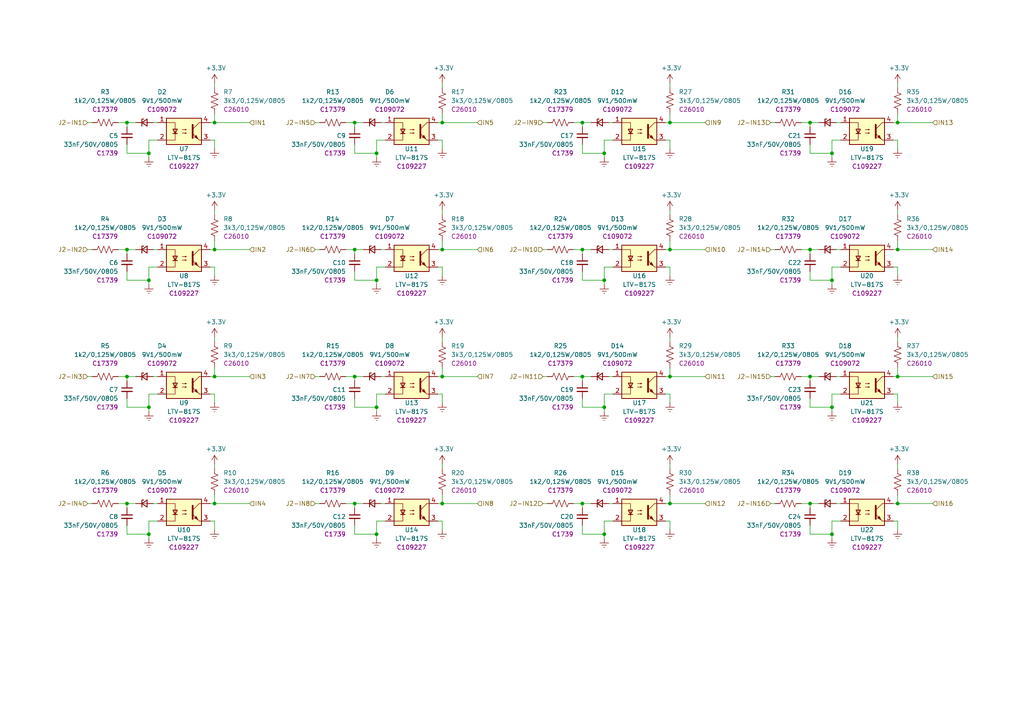
<source format=kicad_sch>
(kicad_sch (version 20211123) (generator eeschema)
  (paper "A4")
  (junction (at 62.23 35.56))
  (junction (at 109.22 118.11))
  (junction (at 260.35 35.56))
  (junction (at 175.26 81.28))
  (junction (at 234.95 146.05))
  (junction (at 194.31 146.05))
  (junction (at 168.91 72.39))
  (junction (at 102.87 146.05))
  (junction (at 175.26 154.94))
  (junction (at 109.22 154.94))
  (junction (at 36.83 109.22))
  (junction (at 234.95 35.56))
  (junction (at 128.27 109.22))
  (junction (at 241.3 81.28))
  (junction (at 260.35 146.05))
  (junction (at 102.87 35.56))
  (junction (at 260.35 72.39))
  (junction (at 241.3 118.11))
  (junction (at 62.23 109.22))
  (junction (at 234.95 72.39))
  (junction (at 43.18 118.11))
  (junction (at 194.31 35.56))
  (junction (at 175.26 118.11))
  (junction (at 241.3 154.94))
  (junction (at 62.23 72.39))
  (junction (at 168.91 35.56))
  (junction (at 260.35 109.22))
  (junction (at 128.27 35.56))
  (junction (at 36.83 146.05))
  (junction (at 234.95 109.22))
  (junction (at 109.22 44.45))
  (junction (at 43.18 154.94))
  (junction (at 128.27 72.39))
  (junction (at 102.87 109.22))
  (junction (at 102.87 72.39))
  (junction (at 62.23 146.05))
  (junction (at 194.31 72.39))
  (junction (at 175.26 44.45))
  (junction (at 128.27 146.05))
  (junction (at 109.22 81.28))
  (junction (at 168.91 146.05))
  (junction (at 36.83 35.56))
  (junction (at 194.31 109.22))
  (junction (at 241.3 44.45))
  (junction (at 43.18 44.45))
  (junction (at 43.18 81.28))
  (junction (at 168.91 109.22))
  (junction (at 36.83 72.39))
  (wire (pts (xy 168.91 109.22) (xy 171.45 109.22)))
  (wire (pts (xy 223.52 146.05) (xy 224.79 146.05)))
  (wire (pts (xy 260.35 146.05) (xy 270.51 146.05)))
  (wire (pts (xy 62.23 35.56) (xy 72.39 35.56)))
  (wire (pts (xy 36.83 118.11) (xy 43.18 118.11)))
  (wire (pts (xy 109.22 40.64) (xy 109.22 44.45)))
  (wire (pts (xy 168.91 154.94) (xy 175.26 154.94)))
  (wire (pts (xy 102.87 44.45) (xy 109.22 44.45)))
  (wire (pts (xy 111.76 40.64) (xy 109.22 40.64)))
  (wire (pts (xy 60.96 72.39) (xy 62.23 72.39)))
  (wire (pts (xy 128.27 69.85) (xy 128.27 72.39)))
  (wire (pts (xy 166.37 72.39) (xy 168.91 72.39)))
  (wire (pts (xy 241.3 114.3) (xy 241.3 118.11)))
  (wire (pts (xy 175.26 77.47) (xy 175.26 81.28)))
  (wire (pts (xy 109.22 154.94) (xy 109.22 156.21)))
  (wire (pts (xy 234.95 81.28) (xy 241.3 81.28)))
  (wire (pts (xy 177.8 114.3) (xy 175.26 114.3)))
  (wire (pts (xy 166.37 109.22) (xy 168.91 109.22)))
  (wire (pts (xy 36.83 110.49) (xy 36.83 109.22)))
  (wire (pts (xy 111.76 151.13) (xy 109.22 151.13)))
  (wire (pts (xy 194.31 109.22) (xy 204.47 109.22)))
  (wire (pts (xy 243.84 77.47) (xy 241.3 77.47)))
  (wire (pts (xy 91.44 146.05) (xy 92.71 146.05)))
  (wire (pts (xy 242.57 109.22) (xy 243.84 109.22)))
  (wire (pts (xy 194.31 33.02) (xy 194.31 35.56)))
  (wire (pts (xy 102.87 72.39) (xy 105.41 72.39)))
  (wire (pts (xy 127 114.3) (xy 128.27 114.3)))
  (wire (pts (xy 260.35 60.96) (xy 260.35 62.23)))
  (wire (pts (xy 62.23 114.3) (xy 62.23 116.84)))
  (wire (pts (xy 36.83 41.91) (xy 36.83 44.45)))
  (wire (pts (xy 45.72 151.13) (xy 43.18 151.13)))
  (wire (pts (xy 193.04 109.22) (xy 194.31 109.22)))
  (wire (pts (xy 128.27 97.79) (xy 128.27 99.06)))
  (wire (pts (xy 109.22 118.11) (xy 109.22 119.38)))
  (wire (pts (xy 128.27 35.56) (xy 138.43 35.56)))
  (wire (pts (xy 194.31 24.13) (xy 194.31 25.4)))
  (wire (pts (xy 193.04 114.3) (xy 194.31 114.3)))
  (wire (pts (xy 193.04 77.47) (xy 194.31 77.47)))
  (wire (pts (xy 127 77.47) (xy 128.27 77.47)))
  (wire (pts (xy 168.91 147.32) (xy 168.91 146.05)))
  (wire (pts (xy 102.87 35.56) (xy 105.41 35.56)))
  (wire (pts (xy 234.95 110.49) (xy 234.95 109.22)))
  (wire (pts (xy 36.83 72.39) (xy 39.37 72.39)))
  (wire (pts (xy 157.48 109.22) (xy 158.75 109.22)))
  (wire (pts (xy 36.83 81.28) (xy 43.18 81.28)))
  (wire (pts (xy 259.08 40.64) (xy 260.35 40.64)))
  (wire (pts (xy 234.95 44.45) (xy 241.3 44.45)))
  (wire (pts (xy 34.29 146.05) (xy 36.83 146.05)))
  (wire (pts (xy 127 35.56) (xy 128.27 35.56)))
  (wire (pts (xy 62.23 33.02) (xy 62.23 35.56)))
  (wire (pts (xy 241.3 40.64) (xy 241.3 44.45)))
  (wire (pts (xy 241.3 77.47) (xy 241.3 81.28)))
  (wire (pts (xy 127 151.13) (xy 128.27 151.13)))
  (wire (pts (xy 176.53 109.22) (xy 177.8 109.22)))
  (wire (pts (xy 102.87 152.4) (xy 102.87 154.94)))
  (wire (pts (xy 62.23 146.05) (xy 72.39 146.05)))
  (wire (pts (xy 260.35 77.47) (xy 260.35 80.01)))
  (wire (pts (xy 128.27 24.13) (xy 128.27 25.4)))
  (wire (pts (xy 109.22 114.3) (xy 109.22 118.11)))
  (wire (pts (xy 109.22 44.45) (xy 109.22 45.72)))
  (wire (pts (xy 36.83 154.94) (xy 43.18 154.94)))
  (wire (pts (xy 194.31 60.96) (xy 194.31 62.23)))
  (wire (pts (xy 62.23 60.96) (xy 62.23 62.23)))
  (wire (pts (xy 60.96 146.05) (xy 62.23 146.05)))
  (wire (pts (xy 176.53 146.05) (xy 177.8 146.05)))
  (wire (pts (xy 260.35 97.79) (xy 260.35 99.06)))
  (wire (pts (xy 194.31 35.56) (xy 204.47 35.56)))
  (wire (pts (xy 62.23 106.68) (xy 62.23 109.22)))
  (wire (pts (xy 111.76 114.3) (xy 109.22 114.3)))
  (wire (pts (xy 43.18 154.94) (xy 43.18 156.21)))
  (wire (pts (xy 168.91 44.45) (xy 175.26 44.45)))
  (wire (pts (xy 100.33 146.05) (xy 102.87 146.05)))
  (wire (pts (xy 25.4 72.39) (xy 26.67 72.39)))
  (wire (pts (xy 62.23 40.64) (xy 62.23 43.18)))
  (wire (pts (xy 25.4 146.05) (xy 26.67 146.05)))
  (wire (pts (xy 127 72.39) (xy 128.27 72.39)))
  (wire (pts (xy 43.18 44.45) (xy 43.18 45.72)))
  (wire (pts (xy 34.29 72.39) (xy 36.83 72.39)))
  (wire (pts (xy 157.48 72.39) (xy 158.75 72.39)))
  (wire (pts (xy 109.22 151.13) (xy 109.22 154.94)))
  (wire (pts (xy 62.23 134.62) (xy 62.23 135.89)))
  (wire (pts (xy 168.91 78.74) (xy 168.91 81.28)))
  (wire (pts (xy 43.18 81.28) (xy 43.18 82.55)))
  (wire (pts (xy 128.27 143.51) (xy 128.27 146.05)))
  (wire (pts (xy 128.27 106.68) (xy 128.27 109.22)))
  (wire (pts (xy 36.83 115.57) (xy 36.83 118.11)))
  (wire (pts (xy 36.83 35.56) (xy 39.37 35.56)))
  (wire (pts (xy 241.3 81.28) (xy 241.3 82.55)))
  (wire (pts (xy 128.27 33.02) (xy 128.27 35.56)))
  (wire (pts (xy 44.45 72.39) (xy 45.72 72.39)))
  (wire (pts (xy 44.45 146.05) (xy 45.72 146.05)))
  (wire (pts (xy 60.96 40.64) (xy 62.23 40.64)))
  (wire (pts (xy 166.37 146.05) (xy 168.91 146.05)))
  (wire (pts (xy 36.83 36.83) (xy 36.83 35.56)))
  (wire (pts (xy 60.96 114.3) (xy 62.23 114.3)))
  (wire (pts (xy 234.95 41.91) (xy 234.95 44.45)))
  (wire (pts (xy 102.87 78.74) (xy 102.87 81.28)))
  (wire (pts (xy 234.95 78.74) (xy 234.95 81.28)))
  (wire (pts (xy 36.83 152.4) (xy 36.83 154.94)))
  (wire (pts (xy 102.87 118.11) (xy 109.22 118.11)))
  (wire (pts (xy 128.27 134.62) (xy 128.27 135.89)))
  (wire (pts (xy 62.23 143.51) (xy 62.23 146.05)))
  (wire (pts (xy 193.04 72.39) (xy 194.31 72.39)))
  (wire (pts (xy 260.35 72.39) (xy 270.51 72.39)))
  (wire (pts (xy 241.3 151.13) (xy 241.3 154.94)))
  (wire (pts (xy 177.8 151.13) (xy 175.26 151.13)))
  (wire (pts (xy 234.95 73.66) (xy 234.95 72.39)))
  (wire (pts (xy 168.91 36.83) (xy 168.91 35.56)))
  (wire (pts (xy 168.91 73.66) (xy 168.91 72.39)))
  (wire (pts (xy 91.44 72.39) (xy 92.71 72.39)))
  (wire (pts (xy 62.23 77.47) (xy 62.23 80.01)))
  (wire (pts (xy 234.95 35.56) (xy 237.49 35.56)))
  (wire (pts (xy 234.95 154.94) (xy 241.3 154.94)))
  (wire (pts (xy 194.31 69.85) (xy 194.31 72.39)))
  (wire (pts (xy 36.83 73.66) (xy 36.83 72.39)))
  (wire (pts (xy 36.83 146.05) (xy 39.37 146.05)))
  (wire (pts (xy 177.8 77.47) (xy 175.26 77.47)))
  (wire (pts (xy 102.87 73.66) (xy 102.87 72.39)))
  (wire (pts (xy 260.35 151.13) (xy 260.35 153.67)))
  (wire (pts (xy 102.87 36.83) (xy 102.87 35.56)))
  (wire (pts (xy 175.26 118.11) (xy 175.26 119.38)))
  (wire (pts (xy 45.72 77.47) (xy 43.18 77.47)))
  (wire (pts (xy 127 40.64) (xy 128.27 40.64)))
  (wire (pts (xy 223.52 72.39) (xy 224.79 72.39)))
  (wire (pts (xy 100.33 109.22) (xy 102.87 109.22)))
  (wire (pts (xy 260.35 33.02) (xy 260.35 35.56)))
  (wire (pts (xy 43.18 118.11) (xy 43.18 119.38)))
  (wire (pts (xy 128.27 114.3) (xy 128.27 116.84)))
  (wire (pts (xy 168.91 72.39) (xy 171.45 72.39)))
  (wire (pts (xy 194.31 97.79) (xy 194.31 99.06)))
  (wire (pts (xy 60.96 77.47) (xy 62.23 77.47)))
  (wire (pts (xy 43.18 114.3) (xy 43.18 118.11)))
  (wire (pts (xy 260.35 106.68) (xy 260.35 109.22)))
  (wire (pts (xy 110.49 35.56) (xy 111.76 35.56)))
  (wire (pts (xy 177.8 40.64) (xy 175.26 40.64)))
  (wire (pts (xy 128.27 40.64) (xy 128.27 43.18)))
  (wire (pts (xy 110.49 109.22) (xy 111.76 109.22)))
  (wire (pts (xy 110.49 72.39) (xy 111.76 72.39)))
  (wire (pts (xy 62.23 97.79) (xy 62.23 99.06)))
  (wire (pts (xy 193.04 146.05) (xy 194.31 146.05)))
  (wire (pts (xy 43.18 151.13) (xy 43.18 154.94)))
  (wire (pts (xy 36.83 78.74) (xy 36.83 81.28)))
  (wire (pts (xy 260.35 109.22) (xy 270.51 109.22)))
  (wire (pts (xy 259.08 146.05) (xy 260.35 146.05)))
  (wire (pts (xy 25.4 35.56) (xy 26.67 35.56)))
  (wire (pts (xy 25.4 109.22) (xy 26.67 109.22)))
  (wire (pts (xy 168.91 35.56) (xy 171.45 35.56)))
  (wire (pts (xy 194.31 151.13) (xy 194.31 153.67)))
  (wire (pts (xy 36.83 147.32) (xy 36.83 146.05)))
  (wire (pts (xy 243.84 151.13) (xy 241.3 151.13)))
  (wire (pts (xy 232.41 72.39) (xy 234.95 72.39)))
  (wire (pts (xy 36.83 44.45) (xy 43.18 44.45)))
  (wire (pts (xy 62.23 69.85) (xy 62.23 72.39)))
  (wire (pts (xy 232.41 109.22) (xy 234.95 109.22)))
  (wire (pts (xy 176.53 35.56) (xy 177.8 35.56)))
  (wire (pts (xy 127 109.22) (xy 128.27 109.22)))
  (wire (pts (xy 168.91 146.05) (xy 171.45 146.05)))
  (wire (pts (xy 194.31 134.62) (xy 194.31 135.89)))
  (wire (pts (xy 259.08 151.13) (xy 260.35 151.13)))
  (wire (pts (xy 157.48 146.05) (xy 158.75 146.05)))
  (wire (pts (xy 260.35 24.13) (xy 260.35 25.4)))
  (wire (pts (xy 110.49 146.05) (xy 111.76 146.05)))
  (wire (pts (xy 194.31 77.47) (xy 194.31 80.01)))
  (wire (pts (xy 45.72 114.3) (xy 43.18 114.3)))
  (wire (pts (xy 260.35 134.62) (xy 260.35 135.89)))
  (wire (pts (xy 60.96 151.13) (xy 62.23 151.13)))
  (wire (pts (xy 175.26 154.94) (xy 175.26 156.21)))
  (wire (pts (xy 102.87 109.22) (xy 105.41 109.22)))
  (wire (pts (xy 102.87 81.28) (xy 109.22 81.28)))
  (wire (pts (xy 44.45 35.56) (xy 45.72 35.56)))
  (wire (pts (xy 34.29 109.22) (xy 36.83 109.22)))
  (wire (pts (xy 223.52 35.56) (xy 224.79 35.56)))
  (wire (pts (xy 62.23 24.13) (xy 62.23 25.4)))
  (wire (pts (xy 194.31 106.68) (xy 194.31 109.22)))
  (wire (pts (xy 241.3 154.94) (xy 241.3 156.21)))
  (wire (pts (xy 102.87 154.94) (xy 109.22 154.94)))
  (wire (pts (xy 260.35 114.3) (xy 260.35 116.84)))
  (wire (pts (xy 91.44 35.56) (xy 92.71 35.56)))
  (wire (pts (xy 243.84 40.64) (xy 241.3 40.64)))
  (wire (pts (xy 168.91 81.28) (xy 175.26 81.28)))
  (wire (pts (xy 193.04 40.64) (xy 194.31 40.64)))
  (wire (pts (xy 44.45 109.22) (xy 45.72 109.22)))
  (wire (pts (xy 194.31 40.64) (xy 194.31 43.18)))
  (wire (pts (xy 175.26 81.28) (xy 175.26 82.55)))
  (wire (pts (xy 259.08 109.22) (xy 260.35 109.22)))
  (wire (pts (xy 102.87 147.32) (xy 102.87 146.05)))
  (wire (pts (xy 62.23 72.39) (xy 72.39 72.39)))
  (wire (pts (xy 176.53 72.39) (xy 177.8 72.39)))
  (wire (pts (xy 168.91 115.57) (xy 168.91 118.11)))
  (wire (pts (xy 194.31 146.05) (xy 204.47 146.05)))
  (wire (pts (xy 194.31 72.39) (xy 204.47 72.39)))
  (wire (pts (xy 234.95 152.4) (xy 234.95 154.94)))
  (wire (pts (xy 241.3 118.11) (xy 241.3 119.38)))
  (wire (pts (xy 259.08 35.56) (xy 260.35 35.56)))
  (wire (pts (xy 128.27 72.39) (xy 138.43 72.39)))
  (wire (pts (xy 234.95 72.39) (xy 237.49 72.39)))
  (wire (pts (xy 60.96 109.22) (xy 62.23 109.22)))
  (wire (pts (xy 260.35 143.51) (xy 260.35 146.05)))
  (wire (pts (xy 259.08 72.39) (xy 260.35 72.39)))
  (wire (pts (xy 109.22 81.28) (xy 109.22 82.55)))
  (wire (pts (xy 234.95 109.22) (xy 237.49 109.22)))
  (wire (pts (xy 242.57 146.05) (xy 243.84 146.05)))
  (wire (pts (xy 259.08 114.3) (xy 260.35 114.3)))
  (wire (pts (xy 223.52 109.22) (xy 224.79 109.22)))
  (wire (pts (xy 260.35 40.64) (xy 260.35 43.18)))
  (wire (pts (xy 168.91 110.49) (xy 168.91 109.22)))
  (wire (pts (xy 242.57 72.39) (xy 243.84 72.39)))
  (wire (pts (xy 100.33 35.56) (xy 102.87 35.56)))
  (wire (pts (xy 232.41 146.05) (xy 234.95 146.05)))
  (wire (pts (xy 157.48 35.56) (xy 158.75 35.56)))
  (wire (pts (xy 100.33 72.39) (xy 102.87 72.39)))
  (wire (pts (xy 232.41 35.56) (xy 234.95 35.56)))
  (wire (pts (xy 175.26 44.45) (xy 175.26 45.72)))
  (wire (pts (xy 109.22 77.47) (xy 109.22 81.28)))
  (wire (pts (xy 128.27 60.96) (xy 128.27 62.23)))
  (wire (pts (xy 45.72 40.64) (xy 43.18 40.64)))
  (wire (pts (xy 259.08 77.47) (xy 260.35 77.47)))
  (wire (pts (xy 194.31 114.3) (xy 194.31 116.84)))
  (wire (pts (xy 234.95 115.57) (xy 234.95 118.11)))
  (wire (pts (xy 168.91 152.4) (xy 168.91 154.94)))
  (wire (pts (xy 234.95 146.05) (xy 237.49 146.05)))
  (wire (pts (xy 168.91 118.11) (xy 175.26 118.11)))
  (wire (pts (xy 60.96 35.56) (xy 62.23 35.56)))
  (wire (pts (xy 168.91 41.91) (xy 168.91 44.45)))
  (wire (pts (xy 234.95 147.32) (xy 234.95 146.05)))
  (wire (pts (xy 127 146.05) (xy 128.27 146.05)))
  (wire (pts (xy 194.31 143.51) (xy 194.31 146.05)))
  (wire (pts (xy 34.29 35.56) (xy 36.83 35.56)))
  (wire (pts (xy 175.26 40.64) (xy 175.26 44.45)))
  (wire (pts (xy 234.95 118.11) (xy 241.3 118.11)))
  (wire (pts (xy 260.35 69.85) (xy 260.35 72.39)))
  (wire (pts (xy 175.26 114.3) (xy 175.26 118.11)))
  (wire (pts (xy 260.35 35.56) (xy 270.51 35.56)))
  (wire (pts (xy 166.37 35.56) (xy 168.91 35.56)))
  (wire (pts (xy 62.23 151.13) (xy 62.23 153.67)))
  (wire (pts (xy 243.84 114.3) (xy 241.3 114.3)))
  (wire (pts (xy 102.87 41.91) (xy 102.87 44.45)))
  (wire (pts (xy 111.76 77.47) (xy 109.22 77.47)))
  (wire (pts (xy 62.23 109.22) (xy 72.39 109.22)))
  (wire (pts (xy 102.87 110.49) (xy 102.87 109.22)))
  (wire (pts (xy 193.04 35.56) (xy 194.31 35.56)))
  (wire (pts (xy 241.3 44.45) (xy 241.3 45.72)))
  (wire (pts (xy 43.18 40.64) (xy 43.18 44.45)))
  (wire (pts (xy 102.87 146.05) (xy 105.41 146.05)))
  (wire (pts (xy 91.44 109.22) (xy 92.71 109.22)))
  (wire (pts (xy 234.95 36.83) (xy 234.95 35.56)))
  (wire (pts (xy 242.57 35.56) (xy 243.84 35.56)))
  (wire (pts (xy 128.27 146.05) (xy 138.43 146.05)))
  (wire (pts (xy 128.27 109.22) (xy 138.43 109.22)))
  (wire (pts (xy 175.26 151.13) (xy 175.26 154.94)))
  (wire (pts (xy 128.27 151.13) (xy 128.27 153.67)))
  (wire (pts (xy 36.83 109.22) (xy 39.37 109.22)))
  (wire (pts (xy 43.18 77.47) (xy 43.18 81.28)))
  (wire (pts (xy 193.04 151.13) (xy 194.31 151.13)))
  (wire (pts (xy 102.87 115.57) (xy 102.87 118.11)))
  (wire (pts (xy 128.27 77.47) (xy 128.27 80.01)))
  (hierarchical_label "IN16" (shape input) (at 270.51 146.05 0))
  (hierarchical_label "IN7" (shape input) (at 138.43 109.22 0))
  (hierarchical_label "J2-IN4" (shape input) (at 25.4 146.05 180))
  (hierarchical_label "IN4" (shape input) (at 72.39 146.05 0))
  (hierarchical_label "J2-IN6" (shape input) (at 91.44 72.39 180))
  (hierarchical_label "IN5" (shape input) (at 138.43 35.56 0))
  (hierarchical_label "IN6" (shape input) (at 138.43 72.39 0))
  (hierarchical_label "IN13" (shape input) (at 270.51 35.56 0))
  (hierarchical_label "J2-IN3" (shape input) (at 25.4 109.22 180))
  (hierarchical_label "IN11" (shape input) (at 204.47 109.22 0))
  (hierarchical_label "J2-IN9" (shape input) (at 157.48 35.56 180))
  (hierarchical_label "IN9" (shape input) (at 204.47 35.56 0))
  (hierarchical_label "J2-IN14" (shape input) (at 223.52 72.39 180))
  (hierarchical_label "J2-IN8" (shape input) (at 91.44 146.05 180))
  (hierarchical_label "IN14" (shape input) (at 270.51 72.39 0))
  (hierarchical_label "IN12" (shape input) (at 204.47 146.05 0))
  (hierarchical_label "IN1" (shape input) (at 72.39 35.56 0))
  (hierarchical_label "J2-IN1" (shape input) (at 25.4 35.56 180))
  (hierarchical_label "IN8" (shape input) (at 138.43 146.05 0))
  (hierarchical_label "J2-IN10" (shape input) (at 157.48 72.39 180))
  (hierarchical_label "IN2" (shape input) (at 72.39 72.39 0))
  (hierarchical_label "IN10" (shape input) (at 204.47 72.39 0))
  (hierarchical_label "J2-IN12" (shape input) (at 157.48 146.05 180))
  (hierarchical_label "J2-IN5" (shape input) (at 91.44 35.56 180))
  (hierarchical_label "J2-IN16" (shape input) (at 223.52 146.05 180))
  (hierarchical_label "J2-IN11" (shape input) (at 157.48 109.22 180))
  (hierarchical_label "IN3" (shape input) (at 72.39 109.22 0))
  (hierarchical_label "J2-IN15" (shape input) (at 223.52 109.22 180))
  (hierarchical_label "J2-IN13" (shape input) (at 223.52 35.56 180))
  (hierarchical_label "J2-IN7" (shape input) (at 91.44 109.22 180))
  (hierarchical_label "IN15" (shape input) (at 270.51 109.22 0))
  (hierarchical_label "J2-IN2" (shape input) (at 25.4 72.39 180))
  (symbol (lib_id "Device:R_US") (at 128.27 102.87 0) (unit 1)
    (property "Reference" "R19" (at 130.81 100.33 0) (effects (justify left)))
    (property "Value" "3k3/0,125W/0805" (at 130.81 102.87 0) (effects (justify left)))
    (property "Footprint" "Tales:R_0805_2012Metric" (effects hide))
    (property "Case" "0805/2012" (effects hide))
    (property "Mfr" "Uniroyal" (effects hide))
    (property "Vendor" "JLCPCB" (effects hide))
    (property "Mfr PN" "0805W8F3301T5E" (effects hide))
    (property "Vendor PN" "C26010" (effects hide))
    (property "LCSC Part #" "C26010" (at 130.81 105.41 0) (effects (justify left)))
    (property "JLCPCB BOM" "1" (effects hide))
  )
  (symbol (lib_id "power:GNDREF") (at 260.35 80.01 0) (unit 1)
    (property "Reference" "#PWR062" (effects hide))
    (property "Value" "GNDREF" (effects hide))
  )
  (symbol (lib_id "Device:C_Small") (at 102.87 76.2 0) (unit 1)
    (property "Reference" "C10" (at 100.33 76.2 0) (effects (justify right)))
    (property "Value" "33nF/50V/0805" (at 100.33 78.74 0) (effects (justify right)))
    (property "Footprint" "Tales:C_0805_2012Metric" (effects hide))
    (property "Technology" "Ceramic" (effects hide))
    (property "Case" "0805/2012" (effects hide))
    (property "Mfr" "FH" (effects hide))
    (property "Mfr PN" "0805B333K500NT" (effects hide))
    (property "Vendor" "JLCPCB" (effects hide))
    (property "Vendor PN" "C1739" (effects hide))
    (property "LCSC Part #" "C1739" (at 100.33 81.28 0) (effects (justify right)))
    (property "JLCPCB BOM" "1" (effects hide))
  )
  (symbol (lib_id "Device:R_US") (at 128.27 66.04 0) (unit 1)
    (property "Reference" "R18" (at 130.81 63.5 0) (effects (justify left)))
    (property "Value" "3k3/0,125W/0805" (at 130.81 66.04 0) (effects (justify left)))
    (property "Footprint" "Tales:R_0805_2012Metric" (effects hide))
    (property "Case" "0805/2012" (effects hide))
    (property "Mfr" "Uniroyal" (effects hide))
    (property "Vendor" "JLCPCB" (effects hide))
    (property "Mfr PN" "0805W8F3301T5E" (effects hide))
    (property "Vendor PN" "C26010" (effects hide))
    (property "LCSC Part #" "C26010" (at 130.81 68.58 0) (effects (justify left)))
    (property "JLCPCB BOM" "1" (effects hide))
  )
  (symbol (lib_id "Device:R_US") (at 96.52 35.56 270) (unit 1)
    (property "Reference" "R13" (at 96.52 26.67 90))
    (property "Value" "1k2/0,125W/0805" (at 96.52 29.21 90))
    (property "Footprint" "Tales:R_0805_2012Metric" (effects hide))
    (property "Case" "0805/2012" (effects hide))
    (property "Mfr" "Uniroyal" (effects hide))
    (property "Vendor" "JLCPCB" (effects hide))
    (property "Mfr PN" "0805W8F1201T5E" (effects hide))
    (property "Vendor PN" "C17379" (effects hide))
    (property "LCSC Part #" "C17379" (at 96.52 31.75 90))
    (property "JLCPCB BOM" "1" (effects hide))
  )
  (symbol (lib_id "Device:C_Small") (at 36.83 113.03 0) (unit 1)
    (property "Reference" "C7" (at 34.29 113.03 0) (effects (justify right)))
    (property "Value" "33nF/50V/0805" (at 34.29 115.57 0) (effects (justify right)))
    (property "Footprint" "Tales:C_0805_2012Metric" (effects hide))
    (property "Technology" "Ceramic" (effects hide))
    (property "Case" "0805/2012" (effects hide))
    (property "Mfr" "FH" (effects hide))
    (property "Mfr PN" "0805B333K500NT" (effects hide))
    (property "Vendor" "JLCPCB" (effects hide))
    (property "Vendor PN" "C1739" (effects hide))
    (property "LCSC Part #" "C1739" (at 34.29 118.11 0) (effects (justify right)))
    (property "JLCPCB BOM" "1" (effects hide))
  )
  (symbol (lib_id "Tales:+3.3V") (at 260.35 24.13 0) (unit 1)
    (property "Reference" "#PWR059" (effects hide))
    (property "Value" "+3.3V" (at 260.731 19.7358 0))
  )
  (symbol (lib_id "Tales:+3.3V") (at 128.27 24.13 0) (unit 1)
    (property "Reference" "#PWR030" (effects hide))
    (property "Value" "+3.3V" (at 128.651 19.7358 0))
  )
  (symbol (lib_id "Device:D_Zener_Small") (at 173.99 35.56 0) (unit 1)
    (property "Reference" "D12" (at 179.07 26.67 0))
    (property "Value" "9V1/500mW" (at 179.07 29.21 0))
    (property "Footprint" "Tales:D_MiniMELF" (effects hide))
    (property "Case" "MiniMELF" (effects hide))
    (property "Mfr" "Semtech" (effects hide))
    (property "Mfr PN" "ZMM5239B" (effects hide))
    (property "Vendor" "JLCPCB" (effects hide))
    (property "Vendor PN" "C109072" (effects hide))
    (property "JLCPCB BOM" "1" (effects hide))
    (property "LCSC Part #" "C109072" (at 179.07 31.75 0))
  )
  (symbol (lib_id "Isolator:LTV-817S") (at 119.38 74.93 0) (unit 1)
    (property "Reference" "U12" (at 119.38 80.01 0))
    (property "Value" "LTV-817S" (at 119.38 82.55 0))
    (property "Footprint" "Package_DIP:SMDIP-4_W9.53mm" (effects hide))
    (property "Datasheet" "http://www.us.liteon.com/downloads/LTV-817-827-847.PDF" (effects hide))
    (property "JLCPCB BOM" "1" (effects hide))
    (property "LCSC Part #" "C109227" (at 119.38 85.09 0))
    (property "Mfr PN" "LTV-817S-TA1-C" (effects hide))
    (property "Vendor PN" "C109227" (effects hide))
    (property "Case" "SMDIP-4" (effects hide))
    (property "Mfr" "Lite-On" (effects hide))
    (property "Vendor" "JLCPCB" (effects hide))
  )
  (symbol (lib_id "Device:D_Zener_Small") (at 240.03 72.39 0) (unit 1)
    (property "Reference" "D17" (at 245.11 63.5 0))
    (property "Value" "9V1/500mW" (at 245.11 66.04 0))
    (property "Footprint" "Tales:D_MiniMELF" (effects hide))
    (property "Case" "MiniMELF" (effects hide))
    (property "Mfr" "Semtech" (effects hide))
    (property "Mfr PN" "ZMM5239B" (effects hide))
    (property "Vendor" "JLCPCB" (effects hide))
    (property "Vendor PN" "C109072" (effects hide))
    (property "JLCPCB BOM" "1" (effects hide))
    (property "LCSC Part #" "C109072" (at 245.11 68.58 0))
  )
  (symbol (lib_id "Device:C_Small") (at 168.91 76.2 0) (unit 1)
    (property "Reference" "C18" (at 166.37 76.2 0) (effects (justify right)))
    (property "Value" "33nF/50V/0805" (at 166.37 78.74 0) (effects (justify right)))
    (property "Footprint" "Tales:C_0805_2012Metric" (effects hide))
    (property "Technology" "Ceramic" (effects hide))
    (property "Case" "0805/2012" (effects hide))
    (property "Mfr" "FH" (effects hide))
    (property "Mfr PN" "0805B333K500NT" (effects hide))
    (property "Vendor" "JLCPCB" (effects hide))
    (property "Vendor PN" "C1739" (effects hide))
    (property "LCSC Part #" "C1739" (at 166.37 81.28 0) (effects (justify right)))
    (property "JLCPCB BOM" "1" (effects hide))
  )
  (symbol (lib_id "Isolator:LTV-817S") (at 119.38 148.59 0) (unit 1)
    (property "Reference" "U14" (at 119.38 153.67 0))
    (property "Value" "LTV-817S" (at 119.38 156.21 0))
    (property "Footprint" "Package_DIP:SMDIP-4_W9.53mm" (effects hide))
    (property "Datasheet" "http://www.us.liteon.com/downloads/LTV-817-827-847.PDF" (effects hide))
    (property "JLCPCB BOM" "1" (effects hide))
    (property "LCSC Part #" "C109227" (at 119.38 158.75 0))
    (property "Mfr PN" "LTV-817S-TA1-C" (effects hide))
    (property "Vendor PN" "C109227" (effects hide))
    (property "Case" "SMDIP-4" (effects hide))
    (property "Mfr" "Lite-On" (effects hide))
    (property "Vendor" "JLCPCB" (effects hide))
  )
  (symbol (lib_id "Device:D_Zener_Small") (at 173.99 72.39 0) (unit 1)
    (property "Reference" "D13" (at 179.07 63.5 0))
    (property "Value" "9V1/500mW" (at 179.07 66.04 0))
    (property "Footprint" "Tales:D_MiniMELF" (effects hide))
    (property "Case" "MiniMELF" (effects hide))
    (property "Mfr" "Semtech" (effects hide))
    (property "Mfr PN" "ZMM5239B" (effects hide))
    (property "Vendor" "JLCPCB" (effects hide))
    (property "Vendor PN" "C109072" (effects hide))
    (property "JLCPCB BOM" "1" (effects hide))
    (property "LCSC Part #" "C109072" (at 179.07 68.58 0))
  )
  (symbol (lib_id "Device:C_Small") (at 168.91 113.03 0) (unit 1)
    (property "Reference" "C19" (at 166.37 113.03 0) (effects (justify right)))
    (property "Value" "33nF/50V/0805" (at 166.37 115.57 0) (effects (justify right)))
    (property "Footprint" "Tales:C_0805_2012Metric" (effects hide))
    (property "Technology" "Ceramic" (effects hide))
    (property "Case" "0805/2012" (effects hide))
    (property "Mfr" "FH" (effects hide))
    (property "Mfr PN" "0805B333K500NT" (effects hide))
    (property "Vendor" "JLCPCB" (effects hide))
    (property "Vendor PN" "C1739" (effects hide))
    (property "LCSC Part #" "C1739" (at 166.37 118.11 0) (effects (justify right)))
    (property "JLCPCB BOM" "1" (effects hide))
  )
  (symbol (lib_id "Device:R_US") (at 30.48 35.56 270) (unit 1)
    (property "Reference" "R3" (at 30.48 26.67 90))
    (property "Value" "1k2/0,125W/0805" (at 30.48 29.21 90))
    (property "Footprint" "Tales:R_0805_2012Metric" (effects hide))
    (property "Case" "0805/2012" (effects hide))
    (property "Mfr" "Uniroyal" (effects hide))
    (property "Vendor" "JLCPCB" (effects hide))
    (property "Mfr PN" "0805W8F1201T5E" (effects hide))
    (property "Vendor PN" "C17379" (effects hide))
    (property "LCSC Part #" "C17379" (at 30.48 31.75 90))
    (property "JLCPCB BOM" "1" (effects hide))
  )
  (symbol (lib_id "Isolator:LTV-817S") (at 251.46 148.59 0) (unit 1)
    (property "Reference" "U22" (at 251.46 153.67 0))
    (property "Value" "LTV-817S" (at 251.46 156.21 0))
    (property "Footprint" "Package_DIP:SMDIP-4_W9.53mm" (effects hide))
    (property "Datasheet" "http://www.us.liteon.com/downloads/LTV-817-827-847.PDF" (effects hide))
    (property "JLCPCB BOM" "1" (effects hide))
    (property "LCSC Part #" "C109227" (at 251.46 158.75 0))
    (property "Mfr PN" "LTV-817S-TA1-C" (effects hide))
    (property "Vendor PN" "C109227" (effects hide))
    (property "Case" "SMDIP-4" (effects hide))
    (property "Mfr" "Lite-On" (effects hide))
    (property "Vendor" "JLCPCB" (effects hide))
  )
  (symbol (lib_id "Device:R_US") (at 62.23 102.87 0) (unit 1)
    (property "Reference" "R9" (at 64.77 100.33 0) (effects (justify left)))
    (property "Value" "3k3/0,125W/0805" (at 64.77 102.87 0) (effects (justify left)))
    (property "Footprint" "Tales:R_0805_2012Metric" (effects hide))
    (property "Case" "0805/2012" (effects hide))
    (property "Mfr" "Uniroyal" (effects hide))
    (property "Vendor" "JLCPCB" (effects hide))
    (property "Mfr PN" "0805W8F3301T5E" (effects hide))
    (property "Vendor PN" "C26010" (effects hide))
    (property "LCSC Part #" "C26010" (at 64.77 105.41 0) (effects (justify left)))
    (property "JLCPCB BOM" "1" (effects hide))
  )
  (symbol (lib_id "Tales:+3.3V") (at 62.23 60.96 0) (unit 1)
    (property "Reference" "#PWR019" (effects hide))
    (property "Value" "+3.3V" (at 62.611 56.5658 0))
  )
  (symbol (lib_id "Isolator:LTV-817S") (at 53.34 148.59 0) (unit 1)
    (property "Reference" "U10" (at 53.34 153.67 0))
    (property "Value" "LTV-817S" (at 53.34 156.21 0))
    (property "Footprint" "Package_DIP:SMDIP-4_W9.53mm" (effects hide))
    (property "Datasheet" "http://www.us.liteon.com/downloads/LTV-817-827-847.PDF" (effects hide))
    (property "JLCPCB BOM" "1" (effects hide))
    (property "LCSC Part #" "C109227" (at 53.34 158.75 0))
    (property "Mfr PN" "LTV-817S-TA1-C" (effects hide))
    (property "Vendor PN" "C109227" (effects hide))
    (property "Case" "SMDIP-4" (effects hide))
    (property "Mfr" "Lite-On" (effects hide))
    (property "Vendor" "JLCPCB" (effects hide))
  )
  (symbol (lib_id "Device:R_US") (at 30.48 109.22 270) (unit 1)
    (property "Reference" "R5" (at 30.48 100.33 90))
    (property "Value" "1k2/0,125W/0805" (at 30.48 102.87 90))
    (property "Footprint" "Tales:R_0805_2012Metric" (effects hide))
    (property "Case" "0805/2012" (effects hide))
    (property "Mfr" "Uniroyal" (effects hide))
    (property "Vendor" "JLCPCB" (effects hide))
    (property "Mfr PN" "0805W8F1201T5E" (effects hide))
    (property "Vendor PN" "C17379" (effects hide))
    (property "LCSC Part #" "C17379" (at 30.48 105.41 90))
    (property "JLCPCB BOM" "1" (effects hide))
  )
  (symbol (lib_id "Device:R_US") (at 228.6 72.39 270) (unit 1)
    (property "Reference" "R32" (at 228.6 63.5 90))
    (property "Value" "1k2/0,125W/0805" (at 228.6 66.04 90))
    (property "Footprint" "Tales:R_0805_2012Metric" (effects hide))
    (property "Case" "0805/2012" (effects hide))
    (property "Mfr" "Uniroyal" (effects hide))
    (property "Vendor" "JLCPCB" (effects hide))
    (property "Mfr PN" "0805W8F1201T5E" (effects hide))
    (property "Vendor PN" "C17379" (effects hide))
    (property "LCSC Part #" "C17379" (at 228.6 68.58 90))
    (property "JLCPCB BOM" "1" (effects hide))
  )
  (symbol (lib_id "power:GNDREF") (at 62.23 80.01 0) (unit 1)
    (property "Reference" "#PWR020" (effects hide))
    (property "Value" "GNDREF" (effects hide))
  )
  (symbol (lib_id "Device:C_Small") (at 168.91 149.86 0) (unit 1)
    (property "Reference" "C20" (at 166.37 149.86 0) (effects (justify right)))
    (property "Value" "33nF/50V/0805" (at 166.37 152.4 0) (effects (justify right)))
    (property "Footprint" "Tales:C_0805_2012Metric" (effects hide))
    (property "Technology" "Ceramic" (effects hide))
    (property "Case" "0805/2012" (effects hide))
    (property "Mfr" "FH" (effects hide))
    (property "Mfr PN" "0805B333K500NT" (effects hide))
    (property "Vendor" "JLCPCB" (effects hide))
    (property "Vendor PN" "C1739" (effects hide))
    (property "LCSC Part #" "C1739" (at 166.37 154.94 0) (effects (justify right)))
    (property "JLCPCB BOM" "1" (effects hide))
  )
  (symbol (lib_id "power:GNDREF") (at 109.22 119.38 0) (unit 1)
    (property "Reference" "#PWR028" (effects hide))
    (property "Value" "GNDREF" (effects hide))
  )
  (symbol (lib_id "power:GNDREF") (at 260.35 43.18 0) (unit 1)
    (property "Reference" "#PWR060" (effects hide))
    (property "Value" "GNDREF" (effects hide))
  )
  (symbol (lib_id "Tales:+3.3V") (at 194.31 60.96 0) (unit 1)
    (property "Reference" "#PWR047" (effects hide))
    (property "Value" "+3.3V" (at 194.691 56.5658 0))
  )
  (symbol (lib_id "Tales:+3.3V") (at 260.35 134.62 0) (unit 1)
    (property "Reference" "#PWR069" (effects hide))
    (property "Value" "+3.3V" (at 260.731 130.2258 0))
  )
  (symbol (lib_id "Device:R_US") (at 194.31 139.7 0) (unit 1)
    (property "Reference" "R30" (at 196.85 137.16 0) (effects (justify left)))
    (property "Value" "3k3/0,125W/0805" (at 196.85 139.7 0) (effects (justify left)))
    (property "Footprint" "Tales:R_0805_2012Metric" (effects hide))
    (property "Case" "0805/2012" (effects hide))
    (property "Mfr" "Uniroyal" (effects hide))
    (property "Vendor" "JLCPCB" (effects hide))
    (property "Mfr PN" "0805W8F3301T5E" (effects hide))
    (property "Vendor PN" "C26010" (effects hide))
    (property "LCSC Part #" "C26010" (at 196.85 142.24 0) (effects (justify left)))
    (property "JLCPCB BOM" "1" (effects hide))
  )
  (symbol (lib_id "Device:D_Zener_Small") (at 173.99 109.22 0) (unit 1)
    (property "Reference" "D14" (at 179.07 100.33 0))
    (property "Value" "9V1/500mW" (at 179.07 102.87 0))
    (property "Footprint" "Tales:D_MiniMELF" (effects hide))
    (property "Case" "MiniMELF" (effects hide))
    (property "Mfr" "Semtech" (effects hide))
    (property "Mfr PN" "ZMM5239B" (effects hide))
    (property "Vendor" "JLCPCB" (effects hide))
    (property "Vendor PN" "C109072" (effects hide))
    (property "JLCPCB BOM" "1" (effects hide))
    (property "LCSC Part #" "C109072" (at 179.07 105.41 0))
  )
  (symbol (lib_id "Isolator:LTV-817S") (at 185.42 74.93 0) (unit 1)
    (property "Reference" "U16" (at 185.42 80.01 0))
    (property "Value" "LTV-817S" (at 185.42 82.55 0))
    (property "Footprint" "Package_DIP:SMDIP-4_W9.53mm" (effects hide))
    (property "Datasheet" "http://www.us.liteon.com/downloads/LTV-817-827-847.PDF" (effects hide))
    (property "JLCPCB BOM" "1" (effects hide))
    (property "LCSC Part #" "C109227" (at 185.42 85.09 0))
    (property "Mfr PN" "LTV-817S-TA1-C" (effects hide))
    (property "Vendor PN" "C109227" (effects hide))
    (property "Case" "SMDIP-4" (effects hide))
    (property "Mfr" "Lite-On" (effects hide))
    (property "Vendor" "JLCPCB" (effects hide))
  )
  (symbol (lib_id "power:GNDREF") (at 241.3 119.38 0) (unit 1)
    (property "Reference" "#PWR057" (effects hide))
    (property "Value" "GNDREF" (effects hide))
  )
  (symbol (lib_id "Isolator:LTV-817S") (at 53.34 38.1 0) (unit 1)
    (property "Reference" "U7" (at 53.34 43.18 0))
    (property "Value" "LTV-817S" (at 53.34 45.72 0))
    (property "Footprint" "Package_DIP:SMDIP-4_W9.53mm" (effects hide))
    (property "Datasheet" "http://www.us.liteon.com/downloads/LTV-817-827-847.PDF" (effects hide))
    (property "JLCPCB BOM" "1" (effects hide))
    (property "LCSC Part #" "C109227" (at 53.34 48.26 0))
    (property "Mfr PN" "LTV-817S-TA1-C" (effects hide))
    (property "Vendor PN" "C109227" (effects hide))
    (property "Case" "SMDIP-4" (effects hide))
    (property "Mfr" "Lite-On" (effects hide))
    (property "Vendor" "JLCPCB" (effects hide))
  )
  (symbol (lib_id "Device:R_US") (at 62.23 29.21 0) (unit 1)
    (property "Reference" "R7" (at 64.77 26.67 0) (effects (justify left)))
    (property "Value" "3k3/0,125W/0805" (at 64.77 29.21 0) (effects (justify left)))
    (property "Footprint" "Tales:R_0805_2012Metric" (effects hide))
    (property "Case" "0805/2012" (effects hide))
    (property "Mfr" "Uniroyal" (effects hide))
    (property "Vendor" "JLCPCB" (effects hide))
    (property "Mfr PN" "0805W8F3301T5E" (effects hide))
    (property "Vendor PN" "C26010" (effects hide))
    (property "LCSC Part #" "C26010" (at 64.77 31.75 0) (effects (justify left)))
    (property "JLCPCB BOM" "1" (effects hide))
  )
  (symbol (lib_id "power:GNDREF") (at 43.18 82.55 0) (unit 1)
    (property "Reference" "#PWR014" (effects hide))
    (property "Value" "GNDREF" (effects hide))
  )
  (symbol (lib_id "Device:R_US") (at 162.56 109.22 270) (unit 1)
    (property "Reference" "R25" (at 162.56 100.33 90))
    (property "Value" "1k2/0,125W/0805" (at 162.56 102.87 90))
    (property "Footprint" "Tales:R_0805_2012Metric" (effects hide))
    (property "Case" "0805/2012" (effects hide))
    (property "Mfr" "Uniroyal" (effects hide))
    (property "Vendor" "JLCPCB" (effects hide))
    (property "Mfr PN" "0805W8F1201T5E" (effects hide))
    (property "Vendor PN" "C17379" (effects hide))
    (property "LCSC Part #" "C17379" (at 162.56 105.41 90))
    (property "JLCPCB BOM" "1" (effects hide))
  )
  (symbol (lib_id "Device:R_US") (at 228.6 35.56 270) (unit 1)
    (property "Reference" "R31" (at 228.6 26.67 90))
    (property "Value" "1k2/0,125W/0805" (at 228.6 29.21 90))
    (property "Footprint" "Tales:R_0805_2012Metric" (effects hide))
    (property "Case" "0805/2012" (effects hide))
    (property "Mfr" "Uniroyal" (effects hide))
    (property "Vendor" "JLCPCB" (effects hide))
    (property "Mfr PN" "0805W8F1201T5E" (effects hide))
    (property "Vendor PN" "C17379" (effects hide))
    (property "LCSC Part #" "C17379" (at 228.6 31.75 90))
    (property "JLCPCB BOM" "1" (effects hide))
  )
  (symbol (lib_id "power:GNDREF") (at 260.35 153.67 0) (unit 1)
    (property "Reference" "#PWR070" (effects hide))
    (property "Value" "GNDREF" (effects hide))
  )
  (symbol (lib_id "Isolator:LTV-817S") (at 185.42 38.1 0) (unit 1)
    (property "Reference" "U15" (at 185.42 43.18 0))
    (property "Value" "LTV-817S" (at 185.42 45.72 0))
    (property "Footprint" "Package_DIP:SMDIP-4_W9.53mm" (effects hide))
    (property "Datasheet" "http://www.us.liteon.com/downloads/LTV-817-827-847.PDF" (effects hide))
    (property "JLCPCB BOM" "1" (effects hide))
    (property "LCSC Part #" "C109227" (at 185.42 48.26 0))
    (property "Mfr PN" "LTV-817S-TA1-C" (effects hide))
    (property "Vendor PN" "C109227" (effects hide))
    (property "Case" "SMDIP-4" (effects hide))
    (property "Mfr" "Lite-On" (effects hide))
    (property "Vendor" "JLCPCB" (effects hide))
  )
  (symbol (lib_id "Device:C_Small") (at 234.95 149.86 0) (unit 1)
    (property "Reference" "C24" (at 232.41 149.86 0) (effects (justify right)))
    (property "Value" "33nF/50V/0805" (at 232.41 152.4 0) (effects (justify right)))
    (property "Footprint" "Tales:C_0805_2012Metric" (effects hide))
    (property "Technology" "Ceramic" (effects hide))
    (property "Case" "0805/2012" (effects hide))
    (property "Mfr" "FH" (effects hide))
    (property "Mfr PN" "0805B333K500NT" (effects hide))
    (property "Vendor" "JLCPCB" (effects hide))
    (property "Vendor PN" "C1739" (effects hide))
    (property "LCSC Part #" "C1739" (at 232.41 154.94 0) (effects (justify right)))
    (property "JLCPCB BOM" "1" (effects hide))
  )
  (symbol (lib_id "Device:R_US") (at 260.35 29.21 0) (unit 1)
    (property "Reference" "R35" (at 262.89 26.67 0) (effects (justify left)))
    (property "Value" "3k3/0,125W/0805" (at 262.89 29.21 0) (effects (justify left)))
    (property "Footprint" "Tales:R_0805_2012Metric" (effects hide))
    (property "Case" "0805/2012" (effects hide))
    (property "Mfr" "Uniroyal" (effects hide))
    (property "Vendor" "JLCPCB" (effects hide))
    (property "Mfr PN" "0805W8F3301T5E" (effects hide))
    (property "Vendor PN" "C26010" (effects hide))
    (property "LCSC Part #" "C26010" (at 262.89 31.75 0) (effects (justify left)))
    (property "JLCPCB BOM" "1" (effects hide))
  )
  (symbol (lib_id "Device:D_Zener_Small") (at 41.91 35.56 0) (unit 1)
    (property "Reference" "D2" (at 46.99 26.67 0))
    (property "Value" "9V1/500mW" (at 46.99 29.21 0))
    (property "Footprint" "Tales:D_MiniMELF" (effects hide))
    (property "Case" "MiniMELF" (effects hide))
    (property "Mfr" "Semtech" (effects hide))
    (property "Mfr PN" "ZMM5239B" (effects hide))
    (property "Vendor" "JLCPCB" (effects hide))
    (property "Vendor PN" "C109072" (effects hide))
    (property "JLCPCB BOM" "1" (effects hide))
    (property "LCSC Part #" "C109072" (at 46.99 31.75 0))
  )
  (symbol (lib_id "Device:R_US") (at 228.6 109.22 270) (unit 1)
    (property "Reference" "R33" (at 228.6 100.33 90))
    (property "Value" "1k2/0,125W/0805" (at 228.6 102.87 90))
    (property "Footprint" "Tales:R_0805_2012Metric" (effects hide))
    (property "Case" "0805/2012" (effects hide))
    (property "Mfr" "Uniroyal" (effects hide))
    (property "Vendor" "JLCPCB" (effects hide))
    (property "Mfr PN" "0805W8F1201T5E" (effects hide))
    (property "Vendor PN" "C17379" (effects hide))
    (property "LCSC Part #" "C17379" (at 228.6 105.41 90))
    (property "JLCPCB BOM" "1" (effects hide))
  )
  (symbol (lib_id "power:GNDREF") (at 43.18 45.72 0) (unit 1)
    (property "Reference" "#PWR013" (effects hide))
    (property "Value" "GNDREF" (effects hide))
  )
  (symbol (lib_id "Device:R_US") (at 260.35 102.87 0) (unit 1)
    (property "Reference" "R37" (at 262.89 100.33 0) (effects (justify left)))
    (property "Value" "3k3/0,125W/0805" (at 262.89 102.87 0) (effects (justify left)))
    (property "Footprint" "Tales:R_0805_2012Metric" (effects hide))
    (property "Case" "0805/2012" (effects hide))
    (property "Mfr" "Uniroyal" (effects hide))
    (property "Vendor" "JLCPCB" (effects hide))
    (property "Mfr PN" "0805W8F3301T5E" (effects hide))
    (property "Vendor PN" "C26010" (effects hide))
    (property "LCSC Part #" "C26010" (at 262.89 105.41 0) (effects (justify left)))
    (property "JLCPCB BOM" "1" (effects hide))
  )
  (symbol (lib_id "Device:D_Zener_Small") (at 173.99 146.05 0) (unit 1)
    (property "Reference" "D15" (at 179.07 137.16 0))
    (property "Value" "9V1/500mW" (at 179.07 139.7 0))
    (property "Footprint" "Tales:D_MiniMELF" (effects hide))
    (property "Case" "MiniMELF" (effects hide))
    (property "Mfr" "Semtech" (effects hide))
    (property "Mfr PN" "ZMM5239B" (effects hide))
    (property "Vendor" "JLCPCB" (effects hide))
    (property "Vendor PN" "C109072" (effects hide))
    (property "JLCPCB BOM" "1" (effects hide))
    (property "LCSC Part #" "C109072" (at 179.07 142.24 0))
  )
  (symbol (lib_id "Isolator:LTV-817S") (at 251.46 111.76 0) (unit 1)
    (property "Reference" "U21" (at 251.46 116.84 0))
    (property "Value" "LTV-817S" (at 251.46 119.38 0))
    (property "Footprint" "Package_DIP:SMDIP-4_W9.53mm" (effects hide))
    (property "Datasheet" "http://www.us.liteon.com/downloads/LTV-817-827-847.PDF" (effects hide))
    (property "JLCPCB BOM" "1" (effects hide))
    (property "LCSC Part #" "C109227" (at 251.46 121.92 0))
    (property "Mfr PN" "LTV-817S-TA1-C" (effects hide))
    (property "Vendor PN" "C109227" (effects hide))
    (property "Case" "SMDIP-4" (effects hide))
    (property "Mfr" "Lite-On" (effects hide))
    (property "Vendor" "JLCPCB" (effects hide))
  )
  (symbol (lib_id "Device:D_Zener_Small") (at 107.95 35.56 0) (unit 1)
    (property "Reference" "D6" (at 113.03 26.67 0))
    (property "Value" "9V1/500mW" (at 113.03 29.21 0))
    (property "Footprint" "Tales:D_MiniMELF" (effects hide))
    (property "Case" "MiniMELF" (effects hide))
    (property "Mfr" "Semtech" (effects hide))
    (property "Mfr PN" "ZMM5239B" (effects hide))
    (property "Vendor" "JLCPCB" (effects hide))
    (property "Vendor PN" "C109072" (effects hide))
    (property "JLCPCB BOM" "1" (effects hide))
    (property "LCSC Part #" "C109072" (at 113.03 31.75 0))
  )
  (symbol (lib_id "Device:R_US") (at 260.35 66.04 0) (unit 1)
    (property "Reference" "R36" (at 262.89 63.5 0) (effects (justify left)))
    (property "Value" "3k3/0,125W/0805" (at 262.89 66.04 0) (effects (justify left)))
    (property "Footprint" "Tales:R_0805_2012Metric" (effects hide))
    (property "Case" "0805/2012" (effects hide))
    (property "Mfr" "Uniroyal" (effects hide))
    (property "Vendor" "JLCPCB" (effects hide))
    (property "Mfr PN" "0805W8F3301T5E" (effects hide))
    (property "Vendor PN" "C26010" (effects hide))
    (property "LCSC Part #" "C26010" (at 262.89 68.58 0) (effects (justify left)))
    (property "JLCPCB BOM" "1" (effects hide))
  )
  (symbol (lib_id "power:GNDREF") (at 241.3 45.72 0) (unit 1)
    (property "Reference" "#PWR053" (effects hide))
    (property "Value" "GNDREF" (effects hide))
  )
  (symbol (lib_id "Device:R_US") (at 228.6 146.05 270) (unit 1)
    (property "Reference" "R34" (at 228.6 137.16 90))
    (property "Value" "1k2/0,125W/0805" (at 228.6 139.7 90))
    (property "Footprint" "Tales:R_0805_2012Metric" (effects hide))
    (property "Case" "0805/2012" (effects hide))
    (property "Mfr" "Uniroyal" (effects hide))
    (property "Vendor" "JLCPCB" (effects hide))
    (property "Mfr PN" "0805W8F1201T5E" (effects hide))
    (property "Vendor PN" "C17379" (effects hide))
    (property "LCSC Part #" "C17379" (at 228.6 142.24 90))
    (property "JLCPCB BOM" "1" (effects hide))
  )
  (symbol (lib_id "Device:C_Small") (at 234.95 76.2 0) (unit 1)
    (property "Reference" "C22" (at 232.41 76.2 0) (effects (justify right)))
    (property "Value" "33nF/50V/0805" (at 232.41 78.74 0) (effects (justify right)))
    (property "Footprint" "Tales:C_0805_2012Metric" (effects hide))
    (property "Technology" "Ceramic" (effects hide))
    (property "Case" "0805/2012" (effects hide))
    (property "Mfr" "FH" (effects hide))
    (property "Mfr PN" "0805B333K500NT" (effects hide))
    (property "Vendor" "JLCPCB" (effects hide))
    (property "Vendor PN" "C1739" (effects hide))
    (property "LCSC Part #" "C1739" (at 232.41 81.28 0) (effects (justify right)))
    (property "JLCPCB BOM" "1" (effects hide))
  )
  (symbol (lib_id "Device:D_Zener_Small") (at 107.95 109.22 0) (unit 1)
    (property "Reference" "D8" (at 113.03 100.33 0))
    (property "Value" "9V1/500mW" (at 113.03 102.87 0))
    (property "Footprint" "Tales:D_MiniMELF" (effects hide))
    (property "Case" "MiniMELF" (effects hide))
    (property "Mfr" "Semtech" (effects hide))
    (property "Mfr PN" "ZMM5239B" (effects hide))
    (property "Vendor" "JLCPCB" (effects hide))
    (property "Vendor PN" "C109072" (effects hide))
    (property "JLCPCB BOM" "1" (effects hide))
    (property "LCSC Part #" "C109072" (at 113.03 105.41 0))
  )
  (symbol (lib_id "power:GNDREF") (at 62.23 153.67 0) (unit 1)
    (property "Reference" "#PWR025" (effects hide))
    (property "Value" "GNDREF" (effects hide))
  )
  (symbol (lib_id "Tales:+3.3V") (at 128.27 60.96 0) (unit 1)
    (property "Reference" "#PWR032" (effects hide))
    (property "Value" "+3.3V" (at 128.651 56.5658 0))
  )
  (symbol (lib_id "Isolator:LTV-817S") (at 53.34 74.93 0) (unit 1)
    (property "Reference" "U8" (at 53.34 80.01 0))
    (property "Value" "LTV-817S" (at 53.34 82.55 0))
    (property "Footprint" "Package_DIP:SMDIP-4_W9.53mm" (effects hide))
    (property "Datasheet" "http://www.us.liteon.com/downloads/LTV-817-827-847.PDF" (effects hide))
    (property "JLCPCB BOM" "1" (effects hide))
    (property "LCSC Part #" "C109227" (at 53.34 85.09 0))
    (property "Mfr PN" "LTV-817S-TA1-C" (effects hide))
    (property "Vendor PN" "C109227" (effects hide))
    (property "Case" "SMDIP-4" (effects hide))
    (property "Mfr" "Lite-On" (effects hide))
    (property "Vendor" "JLCPCB" (effects hide))
  )
  (symbol (lib_id "Device:C_Small") (at 102.87 39.37 0) (unit 1)
    (property "Reference" "C9" (at 100.33 39.37 0) (effects (justify right)))
    (property "Value" "33nF/50V/0805" (at 100.33 41.91 0) (effects (justify right)))
    (property "Footprint" "Tales:C_0805_2012Metric" (effects hide))
    (property "Technology" "Ceramic" (effects hide))
    (property "Case" "0805/2012" (effects hide))
    (property "Mfr" "FH" (effects hide))
    (property "Mfr PN" "0805B333K500NT" (effects hide))
    (property "Vendor" "JLCPCB" (effects hide))
    (property "Vendor PN" "C1739" (effects hide))
    (property "LCSC Part #" "C1739" (at 100.33 44.45 0) (effects (justify right)))
    (property "JLCPCB BOM" "1" (effects hide))
  )
  (symbol (lib_id "Device:R_US") (at 128.27 29.21 0) (unit 1)
    (property "Reference" "R17" (at 130.81 26.67 0) (effects (justify left)))
    (property "Value" "3k3/0,125W/0805" (at 130.81 29.21 0) (effects (justify left)))
    (property "Footprint" "Tales:R_0805_2012Metric" (effects hide))
    (property "Case" "0805/2012" (effects hide))
    (property "Mfr" "Uniroyal" (effects hide))
    (property "Vendor" "JLCPCB" (effects hide))
    (property "Mfr PN" "0805W8F3301T5E" (effects hide))
    (property "Vendor PN" "C26010" (effects hide))
    (property "LCSC Part #" "C26010" (at 130.81 31.75 0) (effects (justify left)))
    (property "JLCPCB BOM" "1" (effects hide))
  )
  (symbol (lib_id "Device:D_Zener_Small") (at 240.03 35.56 0) (unit 1)
    (property "Reference" "D16" (at 245.11 26.67 0))
    (property "Value" "9V1/500mW" (at 245.11 29.21 0))
    (property "Footprint" "Tales:D_MiniMELF" (effects hide))
    (property "Case" "MiniMELF" (effects hide))
    (property "Mfr" "Semtech" (effects hide))
    (property "Mfr PN" "ZMM5239B" (effects hide))
    (property "Vendor" "JLCPCB" (effects hide))
    (property "Vendor PN" "C109072" (effects hide))
    (property "JLCPCB BOM" "1" (effects hide))
    (property "LCSC Part #" "C109072" (at 245.11 31.75 0))
  )
  (symbol (lib_id "Device:R_US") (at 194.31 102.87 0) (unit 1)
    (property "Reference" "R29" (at 196.85 100.33 0) (effects (justify left)))
    (property "Value" "3k3/0,125W/0805" (at 196.85 102.87 0) (effects (justify left)))
    (property "Footprint" "Tales:R_0805_2012Metric" (effects hide))
    (property "Case" "0805/2012" (effects hide))
    (property "Mfr" "Uniroyal" (effects hide))
    (property "Vendor" "JLCPCB" (effects hide))
    (property "Mfr PN" "0805W8F3301T5E" (effects hide))
    (property "Vendor PN" "C26010" (effects hide))
    (property "LCSC Part #" "C26010" (at 196.85 105.41 0) (effects (justify left)))
    (property "JLCPCB BOM" "1" (effects hide))
  )
  (symbol (lib_id "power:GNDREF") (at 241.3 82.55 0) (unit 1)
    (property "Reference" "#PWR056" (effects hide))
    (property "Value" "GNDREF" (effects hide))
  )
  (symbol (lib_id "Isolator:LTV-817S") (at 185.42 148.59 0) (unit 1)
    (property "Reference" "U18" (at 185.42 153.67 0))
    (property "Value" "LTV-817S" (at 185.42 156.21 0))
    (property "Footprint" "Package_DIP:SMDIP-4_W9.53mm" (effects hide))
    (property "Datasheet" "http://www.us.liteon.com/downloads/LTV-817-827-847.PDF" (effects hide))
    (property "JLCPCB BOM" "1" (effects hide))
    (property "LCSC Part #" "C109227" (at 185.42 158.75 0))
    (property "Mfr PN" "LTV-817S-TA1-C" (effects hide))
    (property "Vendor PN" "C109227" (effects hide))
    (property "Case" "SMDIP-4" (effects hide))
    (property "Mfr" "Lite-On" (effects hide))
    (property "Vendor" "JLCPCB" (effects hide))
  )
  (symbol (lib_id "power:GNDREF") (at 128.27 116.84 0) (unit 1)
    (property "Reference" "#PWR037" (effects hide))
    (property "Value" "GNDREF" (effects hide))
  )
  (symbol (lib_id "Device:D_Zener_Small") (at 41.91 146.05 0) (unit 1)
    (property "Reference" "D5" (at 46.99 137.16 0))
    (property "Value" "9V1/500mW" (at 46.99 139.7 0))
    (property "Footprint" "Tales:D_MiniMELF" (effects hide))
    (property "Case" "MiniMELF" (effects hide))
    (property "Mfr" "Semtech" (effects hide))
    (property "Mfr PN" "ZMM5239B" (effects hide))
    (property "Vendor" "JLCPCB" (effects hide))
    (property "Vendor PN" "C109072" (effects hide))
    (property "JLCPCB BOM" "1" (effects hide))
    (property "LCSC Part #" "C109072" (at 46.99 142.24 0))
  )
  (symbol (lib_id "Isolator:LTV-817S") (at 251.46 38.1 0) (unit 1)
    (property "Reference" "U19" (at 251.46 43.18 0))
    (property "Value" "LTV-817S" (at 251.46 45.72 0))
    (property "Footprint" "Package_DIP:SMDIP-4_W9.53mm" (effects hide))
    (property "Datasheet" "http://www.us.liteon.com/downloads/LTV-817-827-847.PDF" (effects hide))
    (property "JLCPCB BOM" "1" (effects hide))
    (property "LCSC Part #" "C109227" (at 251.46 48.26 0))
    (property "Mfr PN" "LTV-817S-TA1-C" (effects hide))
    (property "Vendor PN" "C109227" (effects hide))
    (property "Case" "SMDIP-4" (effects hide))
    (property "Mfr" "Lite-On" (effects hide))
    (property "Vendor" "JLCPCB" (effects hide))
  )
  (symbol (lib_id "Device:R_US") (at 96.52 72.39 270) (unit 1)
    (property "Reference" "R14" (at 96.52 63.5 90))
    (property "Value" "1k2/0,125W/0805" (at 96.52 66.04 90))
    (property "Footprint" "Tales:R_0805_2012Metric" (effects hide))
    (property "Case" "0805/2012" (effects hide))
    (property "Mfr" "Uniroyal" (effects hide))
    (property "Vendor" "JLCPCB" (effects hide))
    (property "Mfr PN" "0805W8F1201T5E" (effects hide))
    (property "Vendor PN" "C17379" (effects hide))
    (property "LCSC Part #" "C17379" (at 96.52 68.58 90))
    (property "JLCPCB BOM" "1" (effects hide))
  )
  (symbol (lib_id "Device:R_US") (at 96.52 146.05 270) (unit 1)
    (property "Reference" "R16" (at 96.52 137.16 90))
    (property "Value" "1k2/0,125W/0805" (at 96.52 139.7 90))
    (property "Footprint" "Tales:R_0805_2012Metric" (effects hide))
    (property "Case" "0805/2012" (effects hide))
    (property "Mfr" "Uniroyal" (effects hide))
    (property "Vendor" "JLCPCB" (effects hide))
    (property "Mfr PN" "0805W8F1201T5E" (effects hide))
    (property "Vendor PN" "C17379" (effects hide))
    (property "LCSC Part #" "C17379" (at 96.52 142.24 90))
    (property "JLCPCB BOM" "1" (effects hide))
  )
  (symbol (lib_id "Isolator:LTV-817S") (at 53.34 111.76 0) (unit 1)
    (property "Reference" "U9" (at 53.34 116.84 0))
    (property "Value" "LTV-817S" (at 53.34 119.38 0))
    (property "Footprint" "Package_DIP:SMDIP-4_W9.53mm" (effects hide))
    (property "Datasheet" "http://www.us.liteon.com/downloads/LTV-817-827-847.PDF" (effects hide))
    (property "JLCPCB BOM" "1" (effects hide))
    (property "LCSC Part #" "C109227" (at 53.34 121.92 0))
    (property "Mfr PN" "LTV-817S-TA1-C" (effects hide))
    (property "Vendor PN" "C109227" (effects hide))
    (property "Case" "SMDIP-4" (effects hide))
    (property "Mfr" "Lite-On" (effects hide))
    (property "Vendor" "JLCPCB" (effects hide))
  )
  (symbol (lib_id "Device:D_Zener_Small") (at 107.95 146.05 0) (unit 1)
    (property "Reference" "D9" (at 113.03 137.16 0))
    (property "Value" "9V1/500mW" (at 113.03 139.7 0))
    (property "Footprint" "Tales:D_MiniMELF" (effects hide))
    (property "Case" "MiniMELF" (effects hide))
    (property "Mfr" "Semtech" (effects hide))
    (property "Mfr PN" "ZMM5239B" (effects hide))
    (property "Vendor" "JLCPCB" (effects hide))
    (property "Vendor PN" "C109072" (effects hide))
    (property "JLCPCB BOM" "1" (effects hide))
    (property "LCSC Part #" "C109072" (at 113.03 142.24 0))
  )
  (symbol (lib_id "power:GNDREF") (at 194.31 116.84 0) (unit 1)
    (property "Reference" "#PWR050" (effects hide))
    (property "Value" "GNDREF" (effects hide))
  )
  (symbol (lib_id "Tales:+3.3V") (at 62.23 97.79 0) (unit 1)
    (property "Reference" "#PWR022" (effects hide))
    (property "Value" "+3.3V" (at 62.611 93.3958 0))
  )
  (symbol (lib_id "Tales:+3.3V") (at 194.31 134.62 0) (unit 1)
    (property "Reference" "#PWR051" (effects hide))
    (property "Value" "+3.3V" (at 194.691 130.2258 0))
  )
  (symbol (lib_id "Device:D_Zener_Small") (at 107.95 72.39 0) (unit 1)
    (property "Reference" "D7" (at 113.03 63.5 0))
    (property "Value" "9V1/500mW" (at 113.03 66.04 0))
    (property "Footprint" "Tales:D_MiniMELF" (effects hide))
    (property "Case" "MiniMELF" (effects hide))
    (property "Mfr" "Semtech" (effects hide))
    (property "Mfr PN" "ZMM5239B" (effects hide))
    (property "Vendor" "JLCPCB" (effects hide))
    (property "Vendor PN" "C109072" (effects hide))
    (property "JLCPCB BOM" "1" (effects hide))
    (property "LCSC Part #" "C109072" (at 113.03 68.58 0))
  )
  (symbol (lib_id "Device:D_Zener_Small") (at 41.91 109.22 0) (unit 1)
    (property "Reference" "D4" (at 46.99 100.33 0))
    (property "Value" "9V1/500mW" (at 46.99 102.87 0))
    (property "Footprint" "Tales:D_MiniMELF" (effects hide))
    (property "Case" "MiniMELF" (effects hide))
    (property "Mfr" "Semtech" (effects hide))
    (property "Mfr PN" "ZMM5239B" (effects hide))
    (property "Vendor" "JLCPCB" (effects hide))
    (property "Vendor PN" "C109072" (effects hide))
    (property "JLCPCB BOM" "1" (effects hide))
    (property "LCSC Part #" "C109072" (at 46.99 105.41 0))
  )
  (symbol (lib_id "Device:C_Small") (at 234.95 39.37 0) (unit 1)
    (property "Reference" "C21" (at 232.41 39.37 0) (effects (justify right)))
    (property "Value" "33nF/50V/0805" (at 232.41 41.91 0) (effects (justify right)))
    (property "Footprint" "Tales:C_0805_2012Metric" (effects hide))
    (property "Technology" "Ceramic" (effects hide))
    (property "Case" "0805/2012" (effects hide))
    (property "Mfr" "FH" (effects hide))
    (property "Mfr PN" "0805B333K500NT" (effects hide))
    (property "Vendor" "JLCPCB" (effects hide))
    (property "Vendor PN" "C1739" (effects hide))
    (property "LCSC Part #" "C1739" (at 232.41 44.45 0) (effects (justify right)))
    (property "JLCPCB BOM" "1" (effects hide))
  )
  (symbol (lib_id "power:GNDREF") (at 128.27 80.01 0) (unit 1)
    (property "Reference" "#PWR035" (effects hide))
    (property "Value" "GNDREF" (effects hide))
  )
  (symbol (lib_id "Tales:+3.3V") (at 128.27 97.79 0) (unit 1)
    (property "Reference" "#PWR036" (effects hide))
    (property "Value" "+3.3V" (at 128.651 93.3958 0))
  )
  (symbol (lib_id "power:GNDREF") (at 109.22 82.55 0) (unit 1)
    (property "Reference" "#PWR027" (effects hide))
    (property "Value" "GNDREF" (effects hide))
  )
  (symbol (lib_id "Device:D_Zener_Small") (at 41.91 72.39 0) (unit 1)
    (property "Reference" "D3" (at 46.99 63.5 0))
    (property "Value" "9V1/500mW" (at 46.99 66.04 0))
    (property "Footprint" "Tales:D_MiniMELF" (effects hide))
    (property "Case" "MiniMELF" (effects hide))
    (property "Mfr" "Semtech" (effects hide))
    (property "Mfr PN" "ZMM5239B" (effects hide))
    (property "Vendor" "JLCPCB" (effects hide))
    (property "Vendor PN" "C109072" (effects hide))
    (property "JLCPCB BOM" "1" (effects hide))
    (property "LCSC Part #" "C109072" (at 46.99 68.58 0))
  )
  (symbol (lib_id "Device:R_US") (at 260.35 139.7 0) (unit 1)
    (property "Reference" "R38" (at 262.89 137.16 0) (effects (justify left)))
    (property "Value" "3k3/0,125W/0805" (at 262.89 139.7 0) (effects (justify left)))
    (property "Footprint" "Tales:R_0805_2012Metric" (effects hide))
    (property "Case" "0805/2012" (effects hide))
    (property "Mfr" "Uniroyal" (effects hide))
    (property "Vendor" "JLCPCB" (effects hide))
    (property "Mfr PN" "0805W8F3301T5E" (effects hide))
    (property "Vendor PN" "C26010" (effects hide))
    (property "LCSC Part #" "C26010" (at 262.89 142.24 0) (effects (justify left)))
    (property "JLCPCB BOM" "1" (effects hide))
  )
  (symbol (lib_id "Device:C_Small") (at 36.83 149.86 0) (unit 1)
    (property "Reference" "C8" (at 34.29 149.86 0) (effects (justify right)))
    (property "Value" "33nF/50V/0805" (at 34.29 152.4 0) (effects (justify right)))
    (property "Footprint" "Tales:C_0805_2012Metric" (effects hide))
    (property "Technology" "Ceramic" (effects hide))
    (property "Case" "0805/2012" (effects hide))
    (property "Mfr" "FH" (effects hide))
    (property "Mfr PN" "0805B333K500NT" (effects hide))
    (property "Vendor" "JLCPCB" (effects hide))
    (property "Vendor PN" "C1739" (effects hide))
    (property "LCSC Part #" "C1739" (at 34.29 154.94 0) (effects (justify right)))
    (property "JLCPCB BOM" "1" (effects hide))
  )
  (symbol (lib_id "Device:D_Zener_Small") (at 240.03 109.22 0) (unit 1)
    (property "Reference" "D18" (at 245.11 100.33 0))
    (property "Value" "9V1/500mW" (at 245.11 102.87 0))
    (property "Footprint" "Tales:D_MiniMELF" (effects hide))
    (property "Case" "MiniMELF" (effects hide))
    (property "Mfr" "Semtech" (effects hide))
    (property "Mfr PN" "ZMM5239B" (effects hide))
    (property "Vendor" "JLCPCB" (effects hide))
    (property "Vendor PN" "C109072" (effects hide))
    (property "JLCPCB BOM" "1" (effects hide))
    (property "LCSC Part #" "C109072" (at 245.11 105.41 0))
  )
  (symbol (lib_id "Tales:+3.3V") (at 260.35 60.96 0) (unit 1)
    (property "Reference" "#PWR061" (effects hide))
    (property "Value" "+3.3V" (at 260.731 56.5658 0))
  )
  (symbol (lib_id "Device:R_US") (at 62.23 139.7 0) (unit 1)
    (property "Reference" "R10" (at 64.77 137.16 0) (effects (justify left)))
    (property "Value" "3k3/0,125W/0805" (at 64.77 139.7 0) (effects (justify left)))
    (property "Footprint" "Tales:R_0805_2012Metric" (effects hide))
    (property "Case" "0805/2012" (effects hide))
    (property "Mfr" "Uniroyal" (effects hide))
    (property "Vendor" "JLCPCB" (effects hide))
    (property "Mfr PN" "0805W8F3301T5E" (effects hide))
    (property "Vendor PN" "C26010" (effects hide))
    (property "LCSC Part #" "C26010" (at 64.77 142.24 0) (effects (justify left)))
    (property "JLCPCB BOM" "1" (effects hide))
  )
  (symbol (lib_id "Isolator:LTV-817S") (at 251.46 74.93 0) (unit 1)
    (property "Reference" "U20" (at 251.46 80.01 0))
    (property "Value" "LTV-817S" (at 251.46 82.55 0))
    (property "Footprint" "Package_DIP:SMDIP-4_W9.53mm" (effects hide))
    (property "Datasheet" "http://www.us.liteon.com/downloads/LTV-817-827-847.PDF" (effects hide))
    (property "JLCPCB BOM" "1" (effects hide))
    (property "LCSC Part #" "C109227" (at 251.46 85.09 0))
    (property "Mfr PN" "LTV-817S-TA1-C" (effects hide))
    (property "Vendor PN" "C109227" (effects hide))
    (property "Case" "SMDIP-4" (effects hide))
    (property "Mfr" "Lite-On" (effects hide))
    (property "Vendor" "JLCPCB" (effects hide))
  )
  (symbol (lib_id "power:GNDREF") (at 43.18 156.21 0) (unit 1)
    (property "Reference" "#PWR016" (effects hide))
    (property "Value" "GNDREF" (effects hide))
  )
  (symbol (lib_id "power:GNDREF") (at 62.23 43.18 0) (unit 1)
    (property "Reference" "#PWR018" (effects hide))
    (property "Value" "GNDREF" (effects hide))
  )
  (symbol (lib_id "Tales:+3.3V") (at 128.27 134.62 0) (unit 1)
    (property "Reference" "#PWR038" (effects hide))
    (property "Value" "+3.3V" (at 128.651 130.2258 0))
  )
  (symbol (lib_id "Device:R_US") (at 194.31 29.21 0) (unit 1)
    (property "Reference" "R27" (at 196.85 26.67 0) (effects (justify left)))
    (property "Value" "3k3/0,125W/0805" (at 196.85 29.21 0) (effects (justify left)))
    (property "Footprint" "Tales:R_0805_2012Metric" (effects hide))
    (property "Case" "0805/2012" (effects hide))
    (property "Mfr" "Uniroyal" (effects hide))
    (property "Vendor" "JLCPCB" (effects hide))
    (property "Mfr PN" "0805W8F3301T5E" (effects hide))
    (property "Vendor PN" "C26010" (effects hide))
    (property "LCSC Part #" "C26010" (at 196.85 31.75 0) (effects (justify left)))
    (property "JLCPCB BOM" "1" (effects hide))
  )
  (symbol (lib_id "power:GNDREF") (at 175.26 156.21 0) (unit 1)
    (property "Reference" "#PWR044" (effects hide))
    (property "Value" "GNDREF" (effects hide))
  )
  (symbol (lib_id "Device:R_US") (at 128.27 139.7 0) (unit 1)
    (property "Reference" "R20" (at 130.81 137.16 0) (effects (justify left)))
    (property "Value" "3k3/0,125W/0805" (at 130.81 139.7 0) (effects (justify left)))
    (property "Footprint" "Tales:R_0805_2012Metric" (effects hide))
    (property "Case" "0805/2012" (effects hide))
    (property "Mfr" "Uniroyal" (effects hide))
    (property "Vendor" "JLCPCB" (effects hide))
    (property "Mfr PN" "0805W8F3301T5E" (effects hide))
    (property "Vendor PN" "C26010" (effects hide))
    (property "LCSC Part #" "C26010" (at 130.81 142.24 0) (effects (justify left)))
    (property "JLCPCB BOM" "1" (effects hide))
  )
  (symbol (lib_id "power:GNDREF") (at 43.18 119.38 0) (unit 1)
    (property "Reference" "#PWR015" (effects hide))
    (property "Value" "GNDREF" (effects hide))
  )
  (symbol (lib_id "Tales:+3.3V") (at 194.31 97.79 0) (unit 1)
    (property "Reference" "#PWR049" (effects hide))
    (property "Value" "+3.3V" (at 194.691 93.3958 0))
  )
  (symbol (lib_id "Tales:+3.3V") (at 194.31 24.13 0) (unit 1)
    (property "Reference" "#PWR045" (effects hide))
    (property "Value" "+3.3V" (at 194.691 19.7358 0))
  )
  (symbol (lib_id "Tales:+3.3V") (at 260.35 97.79 0) (unit 1)
    (property "Reference" "#PWR063" (effects hide))
    (property "Value" "+3.3V" (at 260.731 93.3958 0))
  )
  (symbol (lib_id "Device:R_US") (at 62.23 66.04 0) (unit 1)
    (property "Reference" "R8" (at 64.77 63.5 0) (effects (justify left)))
    (property "Value" "3k3/0,125W/0805" (at 64.77 66.04 0) (effects (justify left)))
    (property "Footprint" "Tales:R_0805_2012Metric" (effects hide))
    (property "Case" "0805/2012" (effects hide))
    (property "Mfr" "Uniroyal" (effects hide))
    (property "Vendor" "JLCPCB" (effects hide))
    (property "Mfr PN" "0805W8F3301T5E" (effects hide))
    (property "Vendor PN" "C26010" (effects hide))
    (property "LCSC Part #" "C26010" (at 64.77 68.58 0) (effects (justify left)))
    (property "JLCPCB BOM" "1" (effects hide))
  )
  (symbol (lib_id "power:GNDREF") (at 175.26 82.55 0) (unit 1)
    (property "Reference" "#PWR042" (effects hide))
    (property "Value" "GNDREF" (effects hide))
  )
  (symbol (lib_id "Device:R_US") (at 162.56 35.56 270) (unit 1)
    (property "Reference" "R23" (at 162.56 26.67 90))
    (property "Value" "1k2/0,125W/0805" (at 162.56 29.21 90))
    (property "Footprint" "Tales:R_0805_2012Metric" (effects hide))
    (property "Case" "0805/2012" (effects hide))
    (property "Mfr" "Uniroyal" (effects hide))
    (property "Vendor" "JLCPCB" (effects hide))
    (property "Mfr PN" "0805W8F1201T5E" (effects hide))
    (property "Vendor PN" "C17379" (effects hide))
    (property "LCSC Part #" "C17379" (at 162.56 31.75 90))
    (property "JLCPCB BOM" "1" (effects hide))
  )
  (symbol (lib_id "power:GNDREF") (at 128.27 43.18 0) (unit 1)
    (property "Reference" "#PWR031" (effects hide))
    (property "Value" "GNDREF" (effects hide))
  )
  (symbol (lib_id "Isolator:LTV-817S") (at 119.38 111.76 0) (unit 1)
    (property "Reference" "U13" (at 119.38 116.84 0))
    (property "Value" "LTV-817S" (at 119.38 119.38 0))
    (property "Footprint" "Package_DIP:SMDIP-4_W9.53mm" (effects hide))
    (property "Datasheet" "http://www.us.liteon.com/downloads/LTV-817-827-847.PDF" (effects hide))
    (property "JLCPCB BOM" "1" (effects hide))
    (property "LCSC Part #" "C109227" (at 119.38 121.92 0))
    (property "Mfr PN" "LTV-817S-TA1-C" (effects hide))
    (property "Vendor PN" "C109227" (effects hide))
    (property "Case" "SMDIP-4" (effects hide))
    (property "Mfr" "Lite-On" (effects hide))
    (property "Vendor" "JLCPCB" (effects hide))
  )
  (symbol (lib_id "Device:C_Small") (at 234.95 113.03 0) (unit 1)
    (property "Reference" "C23" (at 232.41 113.03 0) (effects (justify right)))
    (property "Value" "33nF/50V/0805" (at 232.41 115.57 0) (effects (justify right)))
    (property "Footprint" "Tales:C_0805_2012Metric" (effects hide))
    (property "Technology" "Ceramic" (effects hide))
    (property "Case" "0805/2012" (effects hide))
    (property "Mfr" "FH" (effects hide))
    (property "Mfr PN" "0805B333K500NT" (effects hide))
    (property "Vendor" "JLCPCB" (effects hide))
    (property "Vendor PN" "C1739" (effects hide))
    (property "LCSC Part #" "C1739" (at 232.41 118.11 0) (effects (justify right)))
    (property "JLCPCB BOM" "1" (effects hide))
  )
  (symbol (lib_id "power:GNDREF") (at 62.23 116.84 0) (unit 1)
    (property "Reference" "#PWR023" (effects hide))
    (property "Value" "GNDREF" (effects hide))
  )
  (symbol (lib_id "Device:C_Small") (at 36.83 39.37 0) (unit 1)
    (property "Reference" "C5" (at 34.29 39.37 0) (effects (justify right)))
    (property "Value" "33nF/50V/0805" (at 34.29 41.91 0) (effects (justify right)))
    (property "Footprint" "Tales:C_0805_2012Metric" (effects hide))
    (property "Technology" "Ceramic" (effects hide))
    (property "Case" "0805/2012" (effects hide))
    (property "Mfr" "FH" (effects hide))
    (property "Mfr PN" "0805B333K500NT" (effects hide))
    (property "Vendor" "JLCPCB" (effects hide))
    (property "Vendor PN" "C1739" (effects hide))
    (property "LCSC Part #" "C1739" (at 34.29 44.45 0) (effects (justify right)))
    (property "JLCPCB BOM" "1" (effects hide))
  )
  (symbol (lib_id "power:GNDREF") (at 128.27 153.67 0) (unit 1)
    (property "Reference" "#PWR040" (effects hide))
    (property "Value" "GNDREF" (effects hide))
  )
  (symbol (lib_id "Device:R_US") (at 30.48 146.05 270) (unit 1)
    (property "Reference" "R6" (at 30.48 137.16 90))
    (property "Value" "1k2/0,125W/0805" (at 30.48 139.7 90))
    (property "Footprint" "Tales:R_0805_2012Metric" (effects hide))
    (property "Case" "0805/2012" (effects hide))
    (property "Mfr" "Uniroyal" (effects hide))
    (property "Vendor" "JLCPCB" (effects hide))
    (property "Mfr PN" "0805W8F1201T5E" (effects hide))
    (property "Vendor PN" "C17379" (effects hide))
    (property "LCSC Part #" "C17379" (at 30.48 142.24 90))
    (property "JLCPCB BOM" "1" (effects hide))
  )
  (symbol (lib_id "Device:C_Small") (at 36.83 76.2 0) (unit 1)
    (property "Reference" "C6" (at 34.29 76.2 0) (effects (justify right)))
    (property "Value" "33nF/50V/0805" (at 34.29 78.74 0) (effects (justify right)))
    (property "Footprint" "Tales:C_0805_2012Metric" (effects hide))
    (property "Technology" "Ceramic" (effects hide))
    (property "Case" "0805/2012" (effects hide))
    (property "Mfr" "FH" (effects hide))
    (property "Mfr PN" "0805B333K500NT" (effects hide))
    (property "Vendor" "JLCPCB" (effects hide))
    (property "Vendor PN" "C1739" (effects hide))
    (property "LCSC Part #" "C1739" (at 34.29 81.28 0) (effects (justify right)))
    (property "JLCPCB BOM" "1" (effects hide))
  )
  (symbol (lib_id "Device:C_Small") (at 102.87 149.86 0) (unit 1)
    (property "Reference" "C12" (at 100.33 149.86 0) (effects (justify right)))
    (property "Value" "33nF/50V/0805" (at 100.33 152.4 0) (effects (justify right)))
    (property "Footprint" "Tales:C_0805_2012Metric" (effects hide))
    (property "Technology" "Ceramic" (effects hide))
    (property "Case" "0805/2012" (effects hide))
    (property "Mfr" "FH" (effects hide))
    (property "Mfr PN" "0805B333K500NT" (effects hide))
    (property "Vendor" "JLCPCB" (effects hide))
    (property "Vendor PN" "C1739" (effects hide))
    (property "LCSC Part #" "C1739" (at 100.33 154.94 0) (effects (justify right)))
    (property "JLCPCB BOM" "1" (effects hide))
  )
  (symbol (lib_id "power:GNDREF") (at 175.26 119.38 0) (unit 1)
    (property "Reference" "#PWR043" (effects hide))
    (property "Value" "GNDREF" (effects hide))
  )
  (symbol (lib_id "Isolator:LTV-817S") (at 185.42 111.76 0) (unit 1)
    (property "Reference" "U17" (at 185.42 116.84 0))
    (property "Value" "LTV-817S" (at 185.42 119.38 0))
    (property "Footprint" "Package_DIP:SMDIP-4_W9.53mm" (effects hide))
    (property "Datasheet" "http://www.us.liteon.com/downloads/LTV-817-827-847.PDF" (effects hide))
    (property "JLCPCB BOM" "1" (effects hide))
    (property "LCSC Part #" "C109227" (at 185.42 121.92 0))
    (property "Mfr PN" "LTV-817S-TA1-C" (effects hide))
    (property "Vendor PN" "C109227" (effects hide))
    (property "Case" "SMDIP-4" (effects hide))
    (property "Mfr" "Lite-On" (effects hide))
    (property "Vendor" "JLCPCB" (effects hide))
  )
  (symbol (lib_id "Device:R_US") (at 162.56 72.39 270) (unit 1)
    (property "Reference" "R24" (at 162.56 63.5 90))
    (property "Value" "1k2/0,125W/0805" (at 162.56 66.04 90))
    (property "Footprint" "Tales:R_0805_2012Metric" (effects hide))
    (property "Case" "0805/2012" (effects hide))
    (property "Mfr" "Uniroyal" (effects hide))
    (property "Vendor" "JLCPCB" (effects hide))
    (property "Mfr PN" "0805W8F1201T5E" (effects hide))
    (property "Vendor PN" "C17379" (effects hide))
    (property "LCSC Part #" "C17379" (at 162.56 68.58 90))
    (property "JLCPCB BOM" "1" (effects hide))
  )
  (symbol (lib_id "Device:R_US") (at 194.31 66.04 0) (unit 1)
    (property "Reference" "R28" (at 196.85 63.5 0) (effects (justify left)))
    (property "Value" "3k3/0,125W/0805" (at 196.85 66.04 0) (effects (justify left)))
    (property "Footprint" "Tales:R_0805_2012Metric" (effects hide))
    (property "Case" "0805/2012" (effects hide))
    (property "Mfr" "Uniroyal" (effects hide))
    (property "Vendor" "JLCPCB" (effects hide))
    (property "Mfr PN" "0805W8F3301T5E" (effects hide))
    (property "Vendor PN" "C26010" (effects hide))
    (property "LCSC Part #" "C26010" (at 196.85 68.58 0) (effects (justify left)))
    (property "JLCPCB BOM" "1" (effects hide))
  )
  (symbol (lib_id "power:GNDREF") (at 175.26 45.72 0) (unit 1)
    (property "Reference" "#PWR041" (effects hide))
    (property "Value" "GNDREF" (effects hide))
  )
  (symbol (lib_id "power:GNDREF") (at 241.3 156.21 0) (unit 1)
    (property "Reference" "#PWR058" (effects hide))
    (property "Value" "GNDREF" (effects hide))
  )
  (symbol (lib_id "Device:R_US") (at 30.48 72.39 270) (unit 1)
    (property "Reference" "R4" (at 30.48 63.5 90))
    (property "Value" "1k2/0,125W/0805" (at 30.48 66.04 90))
    (property "Footprint" "Tales:R_0805_2012Metric" (effects hide))
    (property "Case" "0805/2012" (effects hide))
    (property "Mfr" "Uniroyal" (effects hide))
    (property "Vendor" "JLCPCB" (effects hide))
    (property "Mfr PN" "0805W8F1201T5E" (effects hide))
    (property "Vendor PN" "C17379" (effects hide))
    (property "LCSC Part #" "C17379" (at 30.48 68.58 90))
    (property "JLCPCB BOM" "1" (effects hide))
  )
  (symbol (lib_id "Device:R_US") (at 96.52 109.22 270) (unit 1)
    (property "Reference" "R15" (at 96.52 100.33 90))
    (property "Value" "1k2/0,125W/0805" (at 96.52 102.87 90))
    (property "Footprint" "Tales:R_0805_2012Metric" (effects hide))
    (property "Case" "0805/2012" (effects hide))
    (property "Mfr" "Uniroyal" (effects hide))
    (property "Vendor" "JLCPCB" (effects hide))
    (property "Mfr PN" "0805W8F1201T5E" (effects hide))
    (property "Vendor PN" "C17379" (effects hide))
    (property "LCSC Part #" "C17379" (at 96.52 105.41 90))
    (property "JLCPCB BOM" "1" (effects hide))
  )
  (symbol (lib_id "power:GNDREF") (at 194.31 43.18 0) (unit 1)
    (property "Reference" "#PWR046" (effects hide))
    (property "Value" "GNDREF" (effects hide))
  )
  (symbol (lib_id "power:GNDREF") (at 194.31 153.67 0) (unit 1)
    (property "Reference" "#PWR052" (effects hide))
    (property "Value" "GNDREF" (effects hide))
  )
  (symbol (lib_id "power:GNDREF") (at 109.22 45.72 0) (unit 1)
    (property "Reference" "#PWR026" (effects hide))
    (property "Value" "GNDREF" (effects hide))
  )
  (symbol (lib_id "power:GNDREF") (at 260.35 116.84 0) (unit 1)
    (property "Reference" "#PWR068" (effects hide))
    (property "Value" "GNDREF" (effects hide))
  )
  (symbol (lib_id "Device:C_Small") (at 102.87 113.03 0) (unit 1)
    (property "Reference" "C11" (at 100.33 113.03 0) (effects (justify right)))
    (property "Value" "33nF/50V/0805" (at 100.33 115.57 0) (effects (justify right)))
    (property "Footprint" "Tales:C_0805_2012Metric" (effects hide))
    (property "Technology" "Ceramic" (effects hide))
    (property "Case" "0805/2012" (effects hide))
    (property "Mfr" "FH" (effects hide))
    (property "Mfr PN" "0805B333K500NT" (effects hide))
    (property "Vendor" "JLCPCB" (effects hide))
    (property "Vendor PN" "C1739" (effects hide))
    (property "LCSC Part #" "C1739" (at 100.33 118.11 0) (effects (justify right)))
    (property "JLCPCB BOM" "1" (effects hide))
  )
  (symbol (lib_id "Device:C_Small") (at 168.91 39.37 0) (unit 1)
    (property "Reference" "C17" (at 166.37 39.37 0) (effects (justify right)))
    (property "Value" "33nF/50V/0805" (at 166.37 41.91 0) (effects (justify right)))
    (property "Footprint" "Tales:C_0805_2012Metric" (effects hide))
    (property "Technology" "Ceramic" (effects hide))
    (property "Case" "0805/2012" (effects hide))
    (property "Mfr" "FH" (effects hide))
    (property "Mfr PN" "0805B333K500NT" (effects hide))
    (property "Vendor" "JLCPCB" (effects hide))
    (property "Vendor PN" "C1739" (effects hide))
    (property "LCSC Part #" "C1739" (at 166.37 44.45 0) (effects (justify right)))
    (property "JLCPCB BOM" "1" (effects hide))
  )
  (symbol (lib_id "power:GNDREF") (at 194.31 80.01 0) (unit 1)
    (property "Reference" "#PWR048" (effects hide))
    (property "Value" "GNDREF" (effects hide))
  )
  (symbol (lib_id "Device:R_US") (at 162.56 146.05 270) (unit 1)
    (property "Reference" "R26" (at 162.56 137.16 90))
    (property "Value" "1k2/0,125W/0805" (at 162.56 139.7 90))
    (property "Footprint" "Tales:R_0805_2012Metric" (effects hide))
    (property "Case" "0805/2012" (effects hide))
    (property "Mfr" "Uniroyal" (effects hide))
    (property "Vendor" "JLCPCB" (effects hide))
    (property "Mfr PN" "0805W8F1201T5E" (effects hide))
    (property "Vendor PN" "C17379" (effects hide))
    (property "LCSC Part #" "C17379" (at 162.56 142.24 90))
    (property "JLCPCB BOM" "1" (effects hide))
  )
  (symbol (lib_id "Tales:+3.3V") (at 62.23 24.13 0) (unit 1)
    (property "Reference" "#PWR017" (effects hide))
    (property "Value" "+3.3V" (at 62.611 19.7358 0))
  )
  (symbol (lib_id "Device:D_Zener_Small") (at 240.03 146.05 0) (unit 1)
    (property "Reference" "D19" (at 245.11 137.16 0))
    (property "Value" "9V1/500mW" (at 245.11 139.7 0))
    (property "Footprint" "Tales:D_MiniMELF" (effects hide))
    (property "Case" "MiniMELF" (effects hide))
    (property "Mfr" "Semtech" (effects hide))
    (property "Mfr PN" "ZMM5239B" (effects hide))
    (property "Vendor" "JLCPCB" (effects hide))
    (property "Vendor PN" "C109072" (effects hide))
    (property "JLCPCB BOM" "1" (effects hide))
    (property "LCSC Part #" "C109072" (at 245.11 142.24 0))
  )
  (symbol (lib_id "Isolator:LTV-817S") (at 119.38 38.1 0) (unit 1)
    (property "Reference" "U11" (at 119.38 43.18 0))
    (property "Value" "LTV-817S" (at 119.38 45.72 0))
    (property "Footprint" "Package_DIP:SMDIP-4_W9.53mm" (effects hide))
    (property "Datasheet" "http://www.us.liteon.com/downloads/LTV-817-827-847.PDF" (effects hide))
    (property "JLCPCB BOM" "1" (effects hide))
    (property "LCSC Part #" "C109227" (at 119.38 48.26 0))
    (property "Mfr PN" "LTV-817S-TA1-C" (effects hide))
    (property "Vendor PN" "C109227" (effects hide))
    (property "Case" "SMDIP-4" (effects hide))
    (property "Mfr" "Lite-On" (effects hide))
    (property "Vendor" "JLCPCB" (effects hide))
  )
  (symbol (lib_id "power:GNDREF") (at 109.22 156.21 0) (unit 1)
    (property "Reference" "#PWR029" (effects hide))
    (property "Value" "GNDREF" (effects hide))
  )
  (symbol (lib_id "Tales:+3.3V") (at 62.23 134.62 0) (unit 1)
    (property "Reference" "#PWR024" (effects hide))
    (property "Value" "+3.3V" (at 62.611 130.2258 0))
  )
)
</source>
